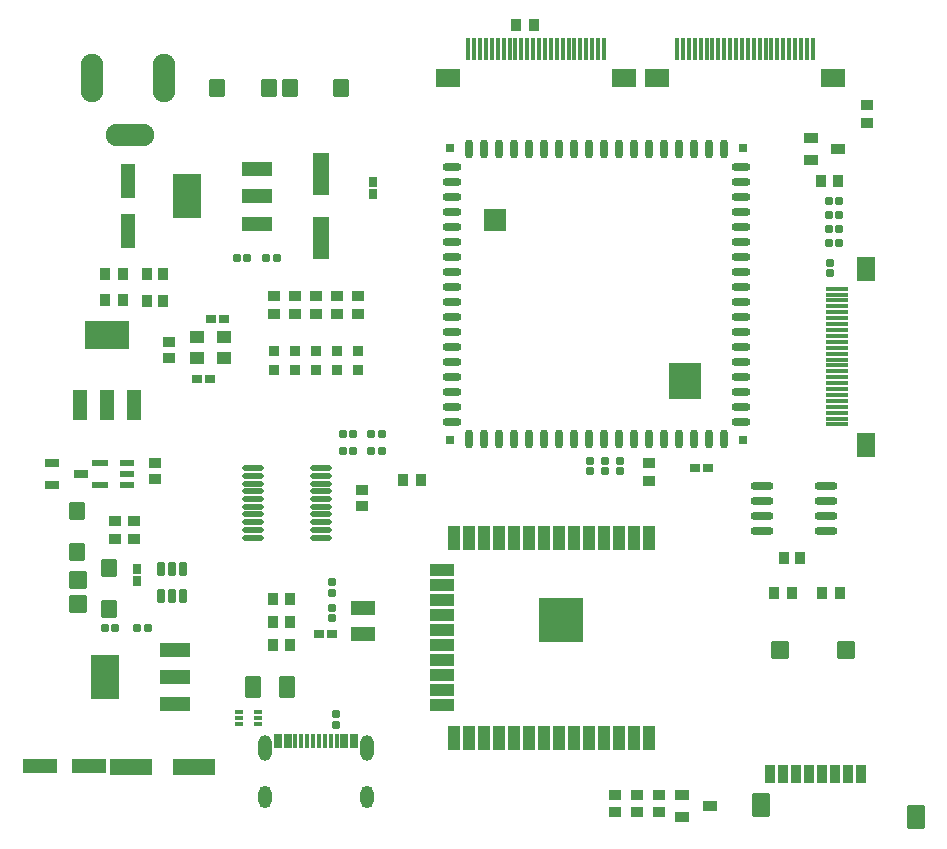
<source format=gts>
G04 Layer: TopSolderMaskLayer*
G04 EasyEDA Pro v2.2.40.8, 2026-02-04 13:14:46*
G04 Gerber Generator version 0.3*
G04 Scale: 100 percent, Rotated: No, Reflected: No*
G04 Dimensions in millimeters*
G04 Leading zeros omitted, absolute positions, 4 integers and 5 decimals*
G04 Generated by one-click*
%FSLAX45Y45*%
%MOMM*%
%AMRoundRect*1,1,$1,$2,$3*1,1,$1,$4,$5*1,1,$1,0-$2,0-$3*1,1,$1,0-$4,0-$5*20,1,$1,$2,$3,$4,$5,0*20,1,$1,$4,$5,0-$2,0-$3,0*20,1,$1,0-$2,0-$3,0-$4,0-$5,0*20,1,$1,0-$4,0-$5,$2,$3,0*4,1,4,$2,$3,$4,$5,0-$2,0-$3,0-$4,0-$5,$2,$3,0*%
%ADD10RoundRect,0.09164X-0.45518X-0.40518X-0.45518X0.40518*%
%ADD11RoundRect,0.09164X-0.40518X0.45518X0.40518X0.45518*%
%ADD12RoundRect,0.08771X-0.40199X0.27695X0.40199X0.27695*%
%ADD13RoundRect,0.08136X-0.16032X0.91032X0.16032X0.91032*%
%ADD14RoundRect,0.0959X-1.00305X-0.75305X-1.00305X0.75305*%
%ADD15RoundRect,0.09164X-0.40518X0.40518X0.40518X0.40518*%
%ADD16RoundRect,0.09164X-0.50518X0.40518X0.50518X0.40518*%
%ADD17RoundRect,0.08771X-0.28977X0.27695X0.28977X0.27695*%
%ADD18RoundRect,0.0980X-0.43711X-0.40835X-0.43711X0.40835*%
%ADD19RoundRect,0.09138X-0.43711X-0.40835X-0.43711X0.40835*%
%ADD20RoundRect,0.09138X-0.40835X0.43711X0.40835X0.43711*%
%ADD21RoundRect,0.08771X-0.27695X-0.28977X-0.27695X0.28977*%
%ADD22O,1.84401X0.46601*%
%ADD23O,1.6118X0.7318*%
%ADD24O,0.7318X1.6118*%
%ADD25R,1.98X1.98*%
%ADD26R,2.67X3.02*%
%ADD27R,0.635X0.635*%
%ADD28R,1.3X1.05*%
%ADD29RoundRect,0.09402X-0.55399X-1.40399X-0.55399X1.40399*%
%ADD30RoundRect,0.09402X-1.25399X0.55399X1.25399X0.55399*%
%ADD31RoundRect,0.09791X-1.17205X1.80204X1.17205X1.80204*%
%ADD32RoundRect,0.09402X-1.40399X0.55399X1.40399X0.55399*%
%ADD33RoundRect,0.09459X-0.6037X-1.7537X-0.6037X1.7537*%
%ADD34RoundRect,0.09459X-1.7537X0.6037X1.7537X0.6037*%
%ADD35RoundRect,0.08875X-0.30643X0.58143X0.30643X0.58143*%
%ADD36RoundRect,0.08109X-0.16026X0.58526X0.16026X0.58526*%
%ADD37O,1.102X1.902*%
%ADD38O,1.102X2.202*%
%ADD39RoundRect,0.08136X-0.26032X-0.16032X-0.26032X0.16032*%
%ADD40RoundRect,0.09402X-0.55399X-1.25399X-0.55399X1.25399*%
%ADD41RoundRect,0.09791X-1.80204X-1.17205X-1.80204X1.17205*%
%ADD42RoundRect,0.09164X-0.50518X-0.40518X-0.50518X0.40518*%
%ADD43RoundRect,0.08787X-0.27307X0.54307X0.27307X0.54307*%
%ADD44RoundRect,0.08701X-0.58599X-0.25249X-0.58599X0.25249*%
%ADD45RoundRect,0.08701X-0.595X-0.25249X-0.595X0.25249*%
%ADD46O,1.967X0.732*%
%ADD47RoundRect,0.09475X-0.61863X0.68362X0.61863X0.68362*%
%ADD48RoundRect,0.08906X-0.54147X0.30647X0.54147X0.30647*%
%ADD49RoundRect,0.09336X-1.00432X-0.50432X-1.00432X0.50432*%
%ADD50O,1.902X4.10199*%
%ADD51O,4.10199X1.902*%
%ADD52RoundRect,0.09164X-0.40518X0.75518X0.40518X0.75518*%
%ADD53RoundRect,0.09551X-0.70324X0.70324X0.70324X0.70324*%
%ADD54RoundRect,0.09551X-0.70324X0.95324X0.70324X0.95324*%
%ADD55RoundRect,0.09454X-0.59878X0.86773X0.59878X0.86773*%
%ADD56RoundRect,0.09459X-0.6037X-0.7037X-0.6037X0.7037*%
%ADD57RoundRect,0.08136X-0.91032X-0.16032X-0.91032X0.16032*%
%ADD58RoundRect,0.0959X-0.75305X1.00305X0.75305X1.00305*%
%ADD59RoundRect,0.09495X-0.67833X-0.70833X-0.67833X0.70833*%
%ADD60RoundRect,0.08771X-0.27695X-0.40199X-0.27695X0.40199*%
%ADD61RoundRect,0.09258X-0.45471X-1.00471X-0.45471X1.00471*%
%ADD62RoundRect,0.09258X-1.00471X-0.45471X-1.00471X0.45471*%
%ADD63RoundRect,0.09934X-1.85133X-1.85133X-1.85133X1.85133*%
G75*


G04 Pad Start*
G54D10*
G01X18415000Y5078882D03*
G01X18415000Y4938878D03*
G54D11*
G01X17804282Y4155440D03*
G01X17664278Y4155440D03*
G54D12*
G01X17245228Y6527800D03*
G01X17136212Y6527800D03*
G01X17123308Y6019800D03*
G01X17014292Y6019800D03*
G01X21339708Y5267960D03*
G01X21230692Y5267960D03*
G54D13*
G01X19313208Y8809292D03*
G01X19363220Y8809292D03*
G01X19413207Y8809292D03*
G01X19463220Y8809292D03*
G01X19513207Y8809292D03*
G01X19563220Y8809292D03*
G01X19613207Y8809292D03*
G01X19663220Y8809292D03*
G01X19713207Y8809292D03*
G01X19763219Y8809292D03*
G01X19813207Y8809292D03*
G01X19863219Y8809292D03*
G54D14*
G01X20633195Y8564309D03*
G01X19143205Y8564309D03*
G54D13*
G01X19913206Y8809292D03*
G01X19963194Y8809292D03*
G01X20013206Y8809292D03*
G01X20063193Y8809292D03*
G01X20113206Y8809292D03*
G01X20163193Y8809292D03*
G01X20213206Y8809292D03*
G01X20263193Y8809292D03*
G01X20313206Y8809292D03*
G01X20363193Y8809292D03*
G01X20413205Y8809292D03*
G01X20463193Y8809292D03*
G54D15*
G01X18380850Y6094948D03*
G01X18380164Y6254867D03*
G01X18203050Y6094948D03*
G01X18202364Y6254867D03*
G01X18025250Y6094948D03*
G01X18024564Y6254867D03*
G01X17669650Y6094948D03*
G01X17668964Y6254867D03*
G01X17847450Y6094948D03*
G01X17846764Y6254867D03*
G54D16*
G01X22216679Y7870439D03*
G01X22446681Y7965435D03*
G01X22216679Y8060441D03*
G54D17*
G01X18254878Y5405120D03*
G01X18341442Y5405120D03*
G54D19*
G01X18380512Y6720152D03*
G01X18380512Y6569479D03*
G01X18202712Y6720152D03*
G01X18202712Y6569479D03*
G01X18024912Y6720152D03*
G01X18024912Y6569479D03*
G54D17*
G01X18341442Y5552440D03*
G01X18254878Y5552440D03*
G54D20*
G01X18761304Y5161280D03*
G01X18911976Y5161280D03*
G01X22307144Y4206240D03*
G01X22457816Y4206240D03*
G01X22051416Y4206240D03*
G01X21900744Y4206240D03*
G54D19*
G01X16322040Y4664304D03*
G01X16322040Y4814976D03*
G01X20843240Y5151984D03*
G01X20843240Y5302656D03*
G54D20*
G01X19716344Y9011920D03*
G01X19867016Y9011920D03*
G54D21*
G01X20340320Y5326482D03*
G01X20340320Y5239918D03*
G01X20467320Y5326482D03*
G01X20467320Y5239918D03*
G01X20594320Y5326482D03*
G01X20594320Y5239918D03*
G54D17*
G01X18493638Y5405120D03*
G01X18580202Y5405120D03*
G01X18580202Y5552440D03*
G01X18493638Y5552440D03*
G54D19*
G01X17669312Y6720152D03*
G01X17669312Y6569479D03*
G01X17847112Y6720152D03*
G01X17847112Y6569479D03*
G54D22*
G01X18067096Y4675734D03*
G01X18067096Y4740732D03*
G01X18067096Y4805731D03*
G01X18067096Y4870729D03*
G01X18067096Y4935753D03*
G01X18067096Y5000752D03*
G01X18067096Y5065751D03*
G01X18067096Y5130749D03*
G01X18067096Y5195748D03*
G01X18067096Y5260746D03*
G01X17492904Y4675734D03*
G01X17492904Y4740732D03*
G01X17492904Y4805731D03*
G01X17492904Y4870729D03*
G01X17492904Y4935753D03*
G01X17492904Y5000752D03*
G01X17492904Y5065751D03*
G01X17492904Y5130749D03*
G01X17492904Y5195748D03*
G01X17492904Y5260746D03*
G54D23*
G01X19176280Y7815580D03*
G01X19176280Y7688580D03*
G01X19176280Y7561580D03*
G01X19176280Y7434580D03*
G01X19176280Y7307580D03*
G01X19176280Y7180580D03*
G01X19176280Y7053580D03*
G01X19176280Y6926580D03*
G01X19176280Y6799580D03*
G01X19176280Y6672580D03*
G01X19176280Y6545580D03*
G01X19176280Y6418580D03*
G01X19176280Y6291580D03*
G01X19176280Y6164580D03*
G01X19176280Y6037580D03*
G01X19176280Y5910580D03*
G01X19176280Y5783580D03*
G01X19176280Y5656580D03*
G54D24*
G01X19321780Y5511080D03*
G01X19448780Y5511080D03*
G01X19575780Y5511080D03*
G01X19702780Y5511080D03*
G01X19829780Y5511080D03*
G01X19956780Y5511080D03*
G01X20083780Y5511080D03*
G01X20210780Y5511080D03*
G01X20337780Y5511080D03*
G01X20464780Y5511080D03*
G01X20591780Y5511080D03*
G01X20718780Y5511080D03*
G01X20845780Y5511080D03*
G01X20972780Y5511080D03*
G01X21099780Y5511080D03*
G01X21226780Y5511080D03*
G01X21353780Y5511080D03*
G01X21480780Y5511080D03*
G54D23*
G01X21626280Y5656580D03*
G01X21626280Y5783580D03*
G01X21626280Y5910580D03*
G01X21626280Y6037580D03*
G01X21626280Y6164580D03*
G01X21626280Y6291580D03*
G01X21626280Y6418580D03*
G01X21626280Y6545580D03*
G01X21626280Y6672580D03*
G01X21626280Y6799580D03*
G01X21626280Y6926580D03*
G01X21626280Y7053580D03*
G01X21626280Y7180580D03*
G01X21626280Y7307580D03*
G01X21626280Y7434580D03*
G01X21626280Y7561580D03*
G01X21626280Y7688580D03*
G01X21626280Y7815580D03*
G54D24*
G01X21480780Y7961080D03*
G01X21353780Y7961080D03*
G01X21226780Y7961080D03*
G01X21099780Y7961080D03*
G01X20972780Y7961080D03*
G01X20845780Y7961080D03*
G01X20718780Y7961080D03*
G01X20591780Y7961080D03*
G01X20464780Y7961080D03*
G01X20337780Y7961080D03*
G01X20210780Y7961080D03*
G01X20083780Y7961080D03*
G01X19956780Y7961080D03*
G01X19829780Y7961080D03*
G01X19702780Y7961080D03*
G01X19575780Y7961080D03*
G01X19448780Y7961080D03*
G01X19321780Y7961080D03*
G54D25*
G01X19537280Y7361080D03*
G54D26*
G01X21148280Y6002080D03*
G54D27*
G01X21639530Y7974330D03*
G01X21639530Y5497830D03*
G01X19163030Y7974330D03*
G01X19163030Y5497830D03*
G54D28*
G01X17014760Y6196460D03*
G01X17244760Y6196460D03*
G01X17244760Y6371460D03*
G01X17014760Y6371460D03*
G54D29*
G01X16428720Y7692847D03*
G01X16428720Y7272833D03*
G54D17*
G01X17355718Y7045960D03*
G01X17442282Y7045960D03*
G01X17604638Y7045960D03*
G01X17691202Y7045960D03*
G54D20*
G01X22447656Y7696200D03*
G01X22296984Y7696200D03*
G54D30*
G01X17523275Y7334123D03*
G01X17523275Y7564120D03*
G01X17523275Y7794117D03*
G54D31*
G01X16929283Y7564120D03*
G54D32*
G01X15685313Y2738120D03*
G01X16105327Y2738120D03*
G54D17*
G01X16512438Y3906520D03*
G01X16599002Y3906520D03*
G01X16238118Y3906520D03*
G01X16324682Y3906520D03*
G54D30*
G01X16832395Y3265043D03*
G01X16832395Y3495040D03*
G01X16832395Y3725037D03*
G54D31*
G01X16238403Y3495040D03*
G54D33*
G01X18064467Y7215853D03*
G01X18064467Y7749837D03*
G54D34*
G01X16990347Y2733027D03*
G01X16456363Y2733027D03*
G54D35*
G01X17703825Y2954045D03*
G01X17783835Y2954045D03*
G01X18343829Y2954045D03*
G01X18263845Y2954045D03*
G54D36*
G01X18198846Y2954045D03*
G01X18148833Y2954045D03*
G01X18098846Y2954045D03*
G01X18048834Y2954045D03*
G01X17998846Y2954045D03*
G01X17948834Y2954045D03*
G01X17898847Y2954045D03*
G01X17848834Y2954045D03*
G54D37*
G01X18455843Y2481555D03*
G01X17591837Y2481555D03*
G54D38*
G01X18455843Y2896540D03*
G01X17591837Y2896540D03*
G54D39*
G01X17534877Y3144520D03*
G01X17374883Y3144520D03*
G01X17374883Y3094520D03*
G01X17374883Y3194520D03*
G01X17534877Y3094520D03*
G01X17534877Y3194520D03*
G54D40*
G01X16026003Y5793925D03*
G01X16256000Y5793925D03*
G01X16485997Y5793925D03*
G54D41*
G01X16256000Y6387917D03*
G54D42*
G01X21364550Y2402840D03*
G01X21124570Y2307844D03*
G01X21124570Y2497836D03*
G54D43*
G01X16709644Y4182770D03*
G01X16804640Y4182770D03*
G01X16899636Y4182770D03*
G01X16899636Y4412590D03*
G01X16804640Y4412590D03*
G01X16709644Y4412590D03*
G54D44*
G01X16427247Y5117084D03*
G01X16427247Y5212080D03*
G01X16427247Y5307076D03*
G54D45*
G01X16196513Y5307076D03*
G01X16196513Y5117084D03*
G54D46*
G01X21802931Y5113244D03*
G01X21802931Y4986244D03*
G01X21802931Y4859244D03*
G01X21802931Y4732244D03*
G01X22339430Y5113244D03*
G01X22339430Y4986244D03*
G01X22339430Y4859244D03*
G01X22339430Y4732244D03*
G54D47*
G01X17185589Y8483600D03*
G01X17622571Y8483600D03*
G01X17800269Y8483600D03*
G01X18237251Y8483600D03*
G54D21*
G01X18196560Y3091078D03*
G01X18196560Y3177642D03*
G54D17*
G01X22456242Y7406640D03*
G01X22369678Y7406640D03*
G01X22456242Y7289800D03*
G01X22369678Y7289800D03*
G01X22456242Y7172960D03*
G01X22369678Y7172960D03*
G01X22456242Y7523480D03*
G01X22369678Y7523480D03*
G54D21*
G01X22372320Y6911238D03*
G01X22372320Y6997802D03*
G54D20*
G01X16390448Y6686187D03*
G01X16239775Y6686187D03*
G01X16239775Y6908800D03*
G01X16390448Y6908800D03*
G54D19*
G01X22692360Y8335416D03*
G01X22692360Y8184744D03*
G54D21*
G01X18161000Y4295242D03*
G01X18161000Y4208678D03*
G01X18161000Y3990238D03*
G01X18161000Y4076802D03*
G54D19*
G01X16479520Y4814976D03*
G01X16479520Y4664304D03*
G54D48*
G01X15788698Y5307263D03*
G01X15788698Y5117271D03*
G01X16035713Y5212267D03*
G54D49*
G01X18425160Y3862553D03*
G01X18425160Y4082567D03*
G54D50*
G01X16128799Y8566125D03*
G01X16738798Y8566125D03*
G54D51*
G01X16448799Y8086115D03*
G54D52*
G01X22641016Y2675021D03*
G01X22531017Y2675021D03*
G01X22421017Y2675021D03*
G01X22311017Y2675021D03*
G01X22201017Y2675021D03*
G01X22091018Y2675021D03*
G01X21981018Y2675021D03*
G01X21871018Y2675024D03*
G54D53*
G01X21956022Y3725019D03*
G01X22516021Y3725019D03*
G54D54*
G01X23106017Y2310018D03*
G01X21791021Y2410021D03*
G54D55*
G01X17493259Y3408680D03*
G01X17782261Y3408680D03*
G54D56*
G01X16271240Y4068293D03*
G01X16271240Y4415307D03*
G01X16002000Y4897907D03*
G01X16002000Y4550893D03*
G54D57*
G01X22432709Y5632768D03*
G01X22432709Y5682780D03*
G01X22432709Y5732767D03*
G01X22432709Y5782780D03*
G01X22432709Y5832767D03*
G01X22432709Y5882780D03*
G01X22432709Y5932767D03*
G01X22432709Y5982780D03*
G01X22432709Y6032767D03*
G01X22432709Y6082779D03*
G01X22432709Y6132767D03*
G01X22432709Y6182779D03*
G54D58*
G01X22677692Y6952755D03*
G01X22677692Y5462765D03*
G54D57*
G01X22432709Y6232766D03*
G01X22432709Y6282754D03*
G01X22432709Y6332766D03*
G01X22432709Y6382753D03*
G01X22432709Y6432766D03*
G01X22432709Y6482753D03*
G01X22432709Y6532766D03*
G01X22432709Y6582753D03*
G01X22432709Y6632766D03*
G01X22432709Y6682753D03*
G01X22432709Y6732765D03*
G01X22432709Y6782753D03*
G54D13*
G01X21081048Y8809292D03*
G01X21131060Y8809292D03*
G01X21181047Y8809292D03*
G01X21231060Y8809292D03*
G01X21281047Y8809292D03*
G01X21331060Y8809292D03*
G01X21381047Y8809292D03*
G01X21431060Y8809292D03*
G01X21481047Y8809292D03*
G01X21531059Y8809292D03*
G01X21581047Y8809292D03*
G01X21631059Y8809292D03*
G54D14*
G01X22401035Y8564309D03*
G01X20911045Y8564309D03*
G54D13*
G01X21681046Y8809292D03*
G01X21731034Y8809292D03*
G01X21781046Y8809292D03*
G01X21831033Y8809292D03*
G01X21881046Y8809292D03*
G01X21931033Y8809292D03*
G01X21981046Y8809292D03*
G01X22031033Y8809292D03*
G01X22081046Y8809292D03*
G01X22131033Y8809292D03*
G01X22181045Y8809292D03*
G01X22231033Y8809292D03*
G54D10*
G01X16657320Y5307482D03*
G01X16657320Y5167478D03*
G54D11*
G01X17804282Y3962400D03*
G01X17664278Y3962400D03*
G01X16592408Y6908800D03*
G01X16732413Y6908800D03*
G01X16732402Y6680200D03*
G01X16592398Y6680200D03*
G54D10*
G01X16779240Y6333642D03*
G01X16779240Y6193638D03*
G01X20929600Y2493162D03*
G01X20929600Y2353158D03*
G01X20741640Y2493162D03*
G01X20741640Y2353158D03*
G01X20553680Y2493162D03*
G01X20553680Y2353158D03*
G54D12*
G01X18159628Y3860800D03*
G01X18050612Y3860800D03*
G54D11*
G01X17804282Y3764280D03*
G01X17664278Y3764280D03*
G54D59*
G01X16007080Y4116400D03*
G01X16007080Y4316400D03*
G54D60*
G01X16504920Y4304132D03*
G01X16504920Y4413148D03*
G54D11*
G01X22125943Y4501104D03*
G01X21985938Y4501104D03*
G54D60*
G01X18506440Y7689748D03*
G01X18506440Y7580732D03*
G54D61*
G01X20844980Y2975229D03*
G01X20717980Y2975229D03*
G01X20590980Y2975229D03*
G01X20463980Y2975229D03*
G01X20336980Y2975229D03*
G01X20209980Y2975229D03*
G01X20082980Y2975229D03*
G01X19955980Y2975229D03*
G01X19828980Y2975229D03*
G01X19701980Y2975229D03*
G01X19574980Y2975229D03*
G01X19447980Y2975229D03*
G01X19320980Y2975229D03*
G01X19193980Y2975229D03*
G54D62*
G01X19093980Y3253740D03*
G01X19093980Y3380740D03*
G01X19093980Y3507740D03*
G01X19093980Y3634740D03*
G01X19093980Y3761740D03*
G01X19093980Y3888740D03*
G01X19093980Y4015740D03*
G01X19093980Y4142740D03*
G01X19093980Y4269740D03*
G01X19093980Y4396740D03*
G54D61*
G01X19193980Y4675251D03*
G01X19320980Y4675251D03*
G01X19447980Y4675251D03*
G01X19574980Y4675251D03*
G01X19701980Y4675251D03*
G01X19828980Y4675251D03*
G01X19955980Y4675251D03*
G01X20082980Y4675251D03*
G01X20209980Y4675251D03*
G01X20336980Y4675251D03*
G01X20463980Y4675251D03*
G01X20590980Y4675251D03*
G01X20717980Y4675251D03*
G01X20844980Y4675251D03*
G54D63*
G01X20094994Y3975227D03*
G04 Pad End*

M02*


</source>
